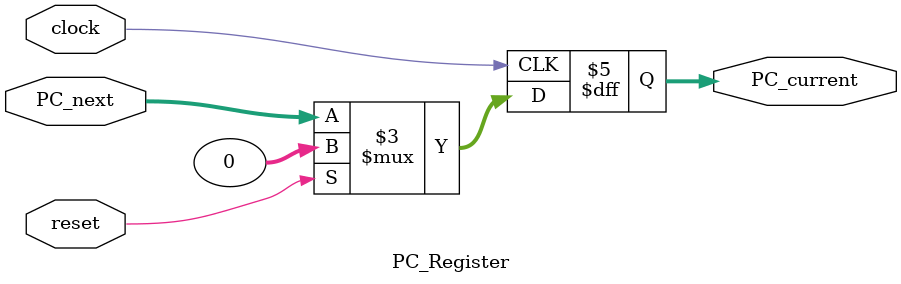
<source format=v>
module PC_Register(PC_next, clock, reset, PC_current);

	input [31:0] PC_next; //A entrada representa a próxima instrução
	
	input reset; //O reset é uma chave para reiniciar e travar a execução do algoritmo
	input clock;

	output reg [31:0] PC_current; //A saida representa a atual instrução, que se torna a próxima a cada clock
	
	
	always @(posedge clock) begin // clock dividido de 1sg, clock do sistema, clock principal
		if(reset)
			begin
				PC_current = 0;		
			end
		else
			begin
				PC_current = PC_next;
			end
	end
	
endmodule
</source>
